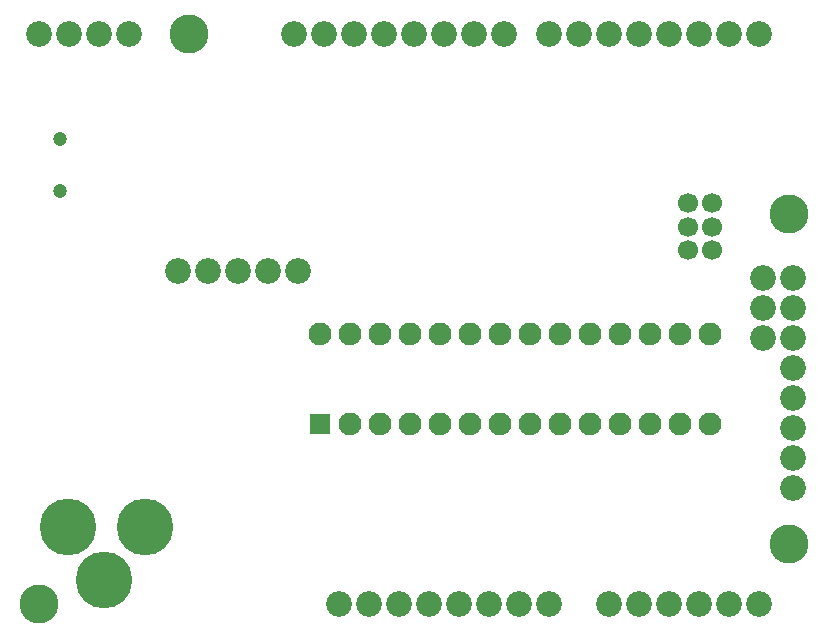
<source format=gbr>
G04 GERBER FORMAT: RX-274-X*
G04 BOARD: AMICUS24*
G04 ARTWORK OF SOLD.MASK POSITIVE*
%ASAXBY*%
%FSTAX24Y24*%
%MIA0B0*%
%MOIN*%
%OFA0.0000B0.0000*%
%SFA1B1*%
%IJA0B0*%
%INLAYER30POS*%
%IOA0B0*%
%IPPOS*%
%IR0*%
G04 APERTURE LIST*
%ADD10C,0.00039*%
%ADD12C,0.00077*%
%ADD13R,0.00077X0.00077*%
%ADD14C,0.0010*%
%ADD16C,0.00118*%
%ADD18C,0.00136*%
%ADD19R,0.00136X0.00136*%
%ADD20C,0.0020*%
%ADD21R,0.0020X0.0020*%
%ADD22C,0.00236*%
%ADD24C,0.0030*%
%ADD25R,0.0030X0.0030*%
%ADD26C,0.00313*%
%ADD27R,0.00313X0.00313*%
%ADD28C,0.00353*%
%ADD29R,0.00353X0.00353*%
%ADD30C,0.00394*%
%ADD32C,0.0040*%
%ADD33R,0.0040X0.0040*%
%ADD34C,0.00472*%
%ADD36C,0.0050*%
%ADD37R,0.0050X0.0050*%
%ADD38C,0.00551*%
%ADD39R,0.00551X0.00551*%
%ADD40C,0.00591*%
%ADD41R,0.00591X0.00591*%
%ADD42C,0.00609*%
%ADD43R,0.00609X0.00609*%
%ADD44C,0.00659*%
%ADD45R,0.00659X0.00659*%
%ADD46C,0.00668*%
%ADD47R,0.00668X0.00668*%
%ADD48C,0.0067*%
%ADD49R,0.0067X0.0067*%
%ADD50C,0.00707*%
%ADD51R,0.00707X0.00707*%
%ADD52C,0.00746*%
%ADD53R,0.00746X0.00746*%
%ADD54C,0.00787*%
%ADD55R,0.00787X0.00787*%
%ADD56C,0.00799*%
%ADD58C,0.0080*%
%ADD60C,0.00904*%
%ADD61R,0.00904X0.00904*%
%ADD62C,0.00945*%
%ADD63R,0.00945X0.00945*%
%ADD64C,0.00975*%
%ADD65R,0.00975X0.00975*%
%ADD66C,0.00984*%
%ADD67R,0.00984X0.00984*%
%ADD68C,0.0100*%
%ADD69R,0.0100X0.0100*%
%ADD70C,0.01102*%
%ADD71R,0.01102X0.01102*%
%ADD72C,0.01181*%
%ADD74C,0.01194*%
%ADD76C,0.0120*%
%ADD78C,0.0122*%
%ADD79R,0.0122X0.0122*%
%ADD80C,0.0124*%
%ADD81R,0.0124X0.0124*%
%ADD82C,0.0130*%
%ADD84C,0.01337*%
%ADD85R,0.01337X0.01337*%
%ADD86C,0.01339*%
%ADD88C,0.01417*%
%ADD90C,0.0150*%
%ADD91R,0.0150X0.0150*%
%ADD92C,0.01575*%
%ADD94C,0.0160*%
%ADD96C,0.01969*%
%ADD97R,0.01969X0.01969*%
%ADD98C,0.0200*%
%ADD100C,0.0200*%
%ADD101R,0.0200X0.0200*%
%ADD102C,0.02008*%
%ADD103R,0.02008X0.02008*%
%ADD104C,0.02165*%
%ADD105R,0.02165X0.02165*%
%ADD106C,0.02362*%
%ADD107R,0.02362X0.02362*%
%ADD108C,0.0240*%
%ADD109R,0.0240X0.0240*%
%ADD110C,0.0240*%
%ADD111R,0.0240X0.0240*%
%ADD112C,0.02439*%
%ADD113R,0.02439X0.02439*%
%ADD114C,0.0250*%
%ADD115R,0.0250X0.0250*%
%ADD116C,0.02559*%
%ADD117R,0.02559X0.02559*%
%ADD118C,0.02598*%
%ADD119R,0.02598X0.02598*%
%ADD120C,0.02636*%
%ADD122C,0.0270*%
%ADD123R,0.0270X0.0270*%
%ADD124C,0.02756*%
%ADD125R,0.02756X0.02756*%
%ADD126C,0.02794*%
%ADD128C,0.0280*%
%ADD130C,0.02854*%
%ADD131R,0.02854X0.02854*%
%ADD132C,0.02872*%
%ADD134C,0.0290*%
%ADD136C,0.02951*%
%ADD137R,0.02951X0.02951*%
%ADD138C,0.02953*%
%ADD139R,0.02953X0.02953*%
%ADD140C,0.02991*%
%ADD142C,0.0300*%
%ADD143R,0.0300X0.0300*%
%ADD144C,0.03059*%
%ADD145R,0.03059X0.03059*%
%ADD146C,0.0307*%
%ADD147R,0.0307X0.0307*%
%ADD148C,0.03187*%
%ADD149R,0.03187X0.03187*%
%ADD150C,0.03199*%
%ADD151R,0.03199X0.03199*%
%ADD152C,0.0320*%
%ADD153R,0.0320X0.0320*%
%ADD154C,0.03248*%
%ADD155R,0.03248X0.03248*%
%ADD156C,0.03345*%
%ADD157R,0.03345X0.03345*%
%ADD158C,0.03346*%
%ADD159R,0.03346X0.03346*%
%ADD160C,0.03375*%
%ADD161R,0.03375X0.03375*%
%ADD162C,0.03425*%
%ADD163R,0.03425X0.03425*%
%ADD164C,0.0350*%
%ADD165R,0.0350X0.0350*%
%ADD166C,0.03502*%
%ADD167R,0.03502X0.03502*%
%ADD168C,0.03581*%
%ADD170C,0.03594*%
%ADD171R,0.03594X0.03594*%
%ADD172C,0.0360*%
%ADD173R,0.0360X0.0360*%
%ADD174C,0.0362*%
%ADD175R,0.0362X0.0362*%
%ADD176C,0.0364*%
%ADD177R,0.0364X0.0364*%
%ADD178C,0.0370*%
%ADD180C,0.03739*%
%ADD182C,0.03817*%
%ADD184C,0.0390*%
%ADD185R,0.0390X0.0390*%
%ADD186C,0.03937*%
%ADD187R,0.03937X0.03937*%
%ADD188C,0.03975*%
%ADD190C,0.0400*%
%ADD191R,0.0400X0.0400*%
%ADD192C,0.04035*%
%ADD193R,0.04035X0.04035*%
%ADD194C,0.04173*%
%ADD195R,0.04173X0.04173*%
%ADD196C,0.04232*%
%ADD197R,0.04232X0.04232*%
%ADD198C,0.04331*%
%ADD199R,0.04331X0.04331*%
%ADD200C,0.04369*%
%ADD201R,0.04369X0.04369*%
%ADD202C,0.0440*%
%ADD203R,0.0440X0.0440*%
%ADD204C,0.04408*%
%ADD205R,0.04408X0.04408*%
%ADD206C,0.0450*%
%ADD207R,0.0450X0.0450*%
%ADD208C,0.04565*%
%ADD209R,0.04565X0.04565*%
%ADD210C,0.0460*%
%ADD211R,0.0460X0.0460*%
%ADD212C,0.0470*%
%ADD213R,0.0470X0.0470*%
%ADD214C,0.04724*%
%ADD215R,0.04724X0.04724*%
%ADD216C,0.04762*%
%ADD217R,0.04762X0.04762*%
%ADD218C,0.0480*%
%ADD219R,0.0480X0.0480*%
%ADD220C,0.04803*%
%ADD221R,0.04803X0.04803*%
%ADD222C,0.0490*%
%ADD223R,0.0490X0.0490*%
%ADD224C,0.04959*%
%ADD225R,0.04959X0.04959*%
%ADD226C,0.04998*%
%ADD227R,0.04998X0.04998*%
%ADD228C,0.0500*%
%ADD229R,0.0500X0.0500*%
%ADD230C,0.05118*%
%ADD231R,0.05118X0.05118*%
%ADD232C,0.05156*%
%ADD233R,0.05156X0.05156*%
%ADD234C,0.05254*%
%ADD235R,0.05254X0.05254*%
%ADD236C,0.05315*%
%ADD237R,0.05315X0.05315*%
%ADD238C,0.05353*%
%ADD239R,0.05353X0.05353*%
%ADD240C,0.0540*%
%ADD243R,0.0550X0.0550*%
%ADD245R,0.05512X0.05512*%
%ADD247R,0.05531X0.05531*%
%ADD249R,0.05551X0.05551*%
%ADD250C,0.0560*%
%ADD251R,0.0560X0.0560*%
%ADD253R,0.05648X0.05648*%
%ADD255R,0.0570X0.0570*%
%ADD257R,0.05746X0.05746*%
%ADD259R,0.05748X0.05748*%
%ADD261R,0.0580X0.0580*%
%ADD263R,0.05825X0.05825*%
%ADD265R,0.0590X0.0590*%
%ADD266C,0.05906*%
%ADD267R,0.05906X0.05906*%
%ADD268C,0.0600*%
%ADD269R,0.0600X0.0600*%
%ADD270C,0.06181*%
%ADD271R,0.06181X0.06181*%
%ADD272C,0.0620*%
%ADD273R,0.0620X0.0620*%
%ADD274C,0.06201*%
%ADD275R,0.06201X0.06201*%
%ADD276C,0.06299*%
%ADD277R,0.06299X0.06299*%
%ADD278C,0.0630*%
%ADD279R,0.0630X0.0630*%
%ADD280C,0.06337*%
%ADD281R,0.06337X0.06337*%
%ADD282C,0.06398*%
%ADD283R,0.06398X0.06398*%
%ADD284C,0.0640*%
%ADD285R,0.0640X0.0640*%
%ADD286C,0.06435*%
%ADD287R,0.06435X0.06435*%
%ADD288C,0.0650*%
%ADD289R,0.0650X0.0650*%
%ADD290C,0.06632*%
%ADD291R,0.06632X0.06632*%
%ADD292C,0.06693*%
%ADD293R,0.06693X0.06693*%
%ADD294C,0.06731*%
%ADD295R,0.06731X0.06731*%
%ADD296C,0.0680*%
%ADD297R,0.0680X0.0680*%
%ADD298C,0.0690*%
%ADD299R,0.0690X0.0690*%
%ADD300C,0.06906*%
%ADD301R,0.06906X0.06906*%
%ADD302C,0.06969*%
%ADD303R,0.06969X0.06969*%
%ADD304C,0.06988*%
%ADD305R,0.06988X0.06988*%
%ADD306C,0.0700*%
%ADD307R,0.0700X0.0700*%
%ADD308C,0.07087*%
%ADD309R,0.07087X0.07087*%
%ADD310C,0.0710*%
%ADD311R,0.0710X0.0710*%
%ADD312C,0.07124*%
%ADD313R,0.07124X0.07124*%
%ADD314C,0.0720*%
%ADD315R,0.0720X0.0720*%
%ADD316C,0.07203*%
%ADD317R,0.07203X0.07203*%
%ADD318C,0.0730*%
%ADD319R,0.0730X0.0730*%
%ADD320C,0.0740*%
%ADD321R,0.0740X0.0740*%
%ADD322C,0.0748*%
%ADD323R,0.0748X0.0748*%
%ADD324C,0.0750*%
%ADD325R,0.0750X0.0750*%
%ADD326C,0.07598*%
%ADD327R,0.07598X0.07598*%
%ADD328C,0.0760*%
%ADD329R,0.0760X0.0760*%
%ADD330C,0.07677*%
%ADD331R,0.07677X0.07677*%
%ADD332C,0.07715*%
%ADD333R,0.07715X0.07715*%
%ADD334C,0.07874*%
%ADD335R,0.07874X0.07874*%
%ADD336C,0.0790*%
%ADD337R,0.0790X0.0790*%
%ADD338C,0.07912*%
%ADD339R,0.07912X0.07912*%
%ADD340C,0.07931*%
%ADD341R,0.07931X0.07931*%
%ADD342C,0.07951*%
%ADD343R,0.07951X0.07951*%
%ADD344C,0.0800*%
%ADD345R,0.0800X0.0800*%
%ADD346C,0.0810*%
%ADD347R,0.0810X0.0810*%
%ADD348C,0.08148*%
%ADD349R,0.08148X0.08148*%
%ADD350C,0.08189*%
%ADD351R,0.08189X0.08189*%
%ADD352C,0.0820*%
%ADD353R,0.0820X0.0820*%
%ADD354C,0.08268*%
%ADD355R,0.08268X0.08268*%
%ADD356C,0.08306*%
%ADD357R,0.08306X0.08306*%
%ADD358C,0.0840*%
%ADD359R,0.0840X0.0840*%
%ADD360C,0.0850*%
%ADD361R,0.0850X0.0850*%
%ADD362C,0.08581*%
%ADD363R,0.08581X0.08581*%
%ADD364C,0.08598*%
%ADD365R,0.08598X0.08598*%
%ADD366C,0.0860*%
%ADD367R,0.0860X0.0860*%
%ADD368C,0.08601*%
%ADD369R,0.08601X0.08601*%
%ADD370C,0.08661*%
%ADD371R,0.08661X0.08661*%
%ADD372C,0.08699*%
%ADD373R,0.08699X0.08699*%
%ADD374C,0.0870*%
%ADD375R,0.0870X0.0870*%
%ADD376C,0.08798*%
%ADD377R,0.08798X0.08798*%
%ADD378C,0.0890*%
%ADD379R,0.0890X0.0890*%
%ADD380C,0.0900*%
%ADD381R,0.0900X0.0900*%
%ADD382C,0.09055*%
%ADD383R,0.09055X0.09055*%
%ADD384C,0.09093*%
%ADD385R,0.09093X0.09093*%
%ADD386C,0.09369*%
%ADD387R,0.09369X0.09369*%
%ADD388C,0.09388*%
%ADD389R,0.09388X0.09388*%
%ADD390C,0.0940*%
%ADD391R,0.0940X0.0940*%
%ADD392C,0.09449*%
%ADD393R,0.09449X0.09449*%
%ADD394C,0.09487*%
%ADD395R,0.09487X0.09487*%
%ADD396C,0.09547*%
%ADD397R,0.09547X0.09547*%
%ADD398C,0.09685*%
%ADD399R,0.09685X0.09685*%
%ADD400C,0.0970*%
%ADD401R,0.0970X0.0970*%
%ADD402C,0.09843*%
%ADD403R,0.09843X0.09843*%
%ADD404C,0.0988*%
%ADD405R,0.0988X0.0988*%
%ADD406C,0.0990*%
%ADD407R,0.0990X0.0990*%
%ADD408C,0.09998*%
%ADD410C,0.1000*%
%ADD411R,0.1000X0.1000*%
%ADD412C,0.10039*%
%ADD413R,0.10039X0.10039*%
%ADD414C,0.10077*%
%ADD415R,0.10077X0.10077*%
%ADD416C,0.1020*%
%ADD417R,0.1020X0.1020*%
%ADD418C,0.10236*%
%ADD419R,0.10236X0.10236*%
%ADD420C,0.10274*%
%ADD421R,0.10274X0.10274*%
%ADD422C,0.1040*%
%ADD423R,0.1040X0.1040*%
%ADD424C,0.10589*%
%ADD425R,0.10589X0.10589*%
%ADD426C,0.1063*%
%ADD427R,0.1063X0.1063*%
%ADD428C,0.10668*%
%ADD429R,0.10668X0.10668*%
%ADD430C,0.1090*%
%ADD431R,0.1090X0.1090*%
%ADD432C,0.10998*%
%ADD433R,0.10998X0.10998*%
%ADD434C,0.1100*%
%ADD435R,0.1100X0.1100*%
%ADD436C,0.11024*%
%ADD437R,0.11024X0.11024*%
%ADD438C,0.11061*%
%ADD439R,0.11061X0.11061*%
%ADD440C,0.1110*%
%ADD441R,0.1110X0.1110*%
%ADD442C,0.11161*%
%ADD443R,0.11161X0.11161*%
%ADD444C,0.1120*%
%ADD445R,0.1120X0.1120*%
%ADD446C,0.1140*%
%ADD447R,0.1140X0.1140*%
%ADD448C,0.11417*%
%ADD449R,0.11417X0.11417*%
%ADD450C,0.11455*%
%ADD451R,0.11455X0.11455*%
%ADD452C,0.1150*%
%ADD453R,0.1150X0.1150*%
%ADD454C,0.11811*%
%ADD455R,0.11811X0.11811*%
%ADD456C,0.11849*%
%ADD457R,0.11849X0.11849*%
%ADD458C,0.11947*%
%ADD459R,0.11947X0.11947*%
%ADD460C,0.1200*%
%ADD461R,0.1200X0.1200*%
%ADD462C,0.12085*%
%ADD463R,0.12085X0.12085*%
%ADD464C,0.1210*%
%ADD465R,0.1210X0.1210*%
%ADD466C,0.12106*%
%ADD467R,0.12106X0.12106*%
%ADD468C,0.12243*%
%ADD469R,0.12243X0.12243*%
%ADD470C,0.1240*%
%ADD471R,0.1240X0.1240*%
%ADD472C,0.12439*%
%ADD473R,0.12439X0.12439*%
%ADD474C,0.1250*%
%ADD475R,0.1250X0.1250*%
%ADD476C,0.12559*%
%ADD477R,0.12559X0.12559*%
%ADD478C,0.1260*%
%ADD479R,0.1260X0.1260*%
%ADD480C,0.12636*%
%ADD481R,0.12636X0.12636*%
%ADD482C,0.12992*%
%ADD483R,0.12992X0.12992*%
%ADD484C,0.1300*%
%ADD485R,0.1300X0.1300*%
%ADD486C,0.1340*%
%ADD487R,0.1340X0.1340*%
%ADD488C,0.13561*%
%ADD489R,0.13561X0.13561*%
%ADD490C,0.1360*%
%ADD491R,0.1360X0.1360*%
%ADD492C,0.1390*%
%ADD493R,0.1390X0.1390*%
%ADD494C,0.1420*%
%ADD495R,0.1420X0.1420*%
%ADD496C,0.1440*%
%ADD497R,0.1440X0.1440*%
%ADD498C,0.14506*%
%ADD499R,0.14506X0.14506*%
%ADD500C,0.14567*%
%ADD501R,0.14567X0.14567*%
%ADD502C,0.1490*%
%ADD503R,0.1490X0.1490*%
%ADD504C,0.14959*%
%ADD505R,0.14959X0.14959*%
%ADD506C,0.1520*%
%ADD507R,0.1520X0.1520*%
%ADD508C,0.15354*%
%ADD509R,0.15354X0.15354*%
%ADD510C,0.15374*%
%ADD511R,0.15374X0.15374*%
%ADD512C,0.15394*%
%ADD513R,0.15394X0.15394*%
%ADD514C,0.1540*%
%ADD515R,0.1540X0.1540*%
%ADD516C,0.1600*%
%ADD517R,0.1600X0.1600*%
%ADD518C,0.1624*%
%ADD519R,0.1624X0.1624*%
%ADD520C,0.1660*%
%ADD521R,0.1660X0.1660*%
%ADD522C,0.1700*%
%ADD524C,0.17323*%
%ADD526C,0.1760*%
%ADD527R,0.1760X0.1760*%
%ADD528C,0.1770*%
%ADD529R,0.1770X0.1770*%
%ADD530C,0.17717*%
%ADD531R,0.17717X0.17717*%
%ADD532C,0.17774*%
%ADD533R,0.17774X0.17774*%
%ADD534C,0.17794*%
%ADD535R,0.17794X0.17794*%
%ADD536C,0.1850*%
%ADD537R,0.1850X0.1850*%
%ADD538C,0.18504*%
%ADD540C,0.1864*%
%ADD541R,0.1864X0.1864*%
%ADD542C,0.18898*%
%ADD544C,0.2010*%
%ADD545R,0.2010X0.2010*%
%ADD546C,0.20117*%
%ADD547R,0.20117X0.20117*%
%ADD548C,0.2090*%
%ADD549R,0.2090X0.2090*%
%ADD550C,0.20904*%
%ADD552C,0.2126*%
%ADD554C,0.21298*%
%ADD556C,0.21299*%
%ADD557R,0.21299X0.21299*%
%ADD558C,0.22835*%
%ADD561R,0.23622X0.23622*%
%ADD563R,0.23699X0.23699*%
%ADD565R,0.24937X0.24937*%
%ADD567R,0.26022X0.26022*%
%ADD569R,0.27337X0.27337*%
%ADD571R,0.31496X0.31496*%
%ADD573R,0.32811X0.32811*%
%ADD575R,0.33896X0.33896*%
%ADD577R,0.35211X0.35211*%
%ADD579R,0.43996X0.43996*%
%ADD581R,0.46396X0.46396*%
%ADD582C,0.56396*%
%ADD583R,0.56396X0.56396*%
%ADD584C,0.66396*%
%ADD585R,0.66396X0.66396*%
%ADD586C,0.76396*%
%ADD587R,0.76396X0.76396*%
%ADD588C,0.86396*%
%ADD589R,0.86396X0.86396*%
%ADD590C,0.96396*%
%ADD591R,0.96396X0.96396*%
%ADD592C,1.06396*%
%ADD593R,1.06396X1.06396*%
%ADD594C,1.16396*%
%ADD595R,1.16396X1.16396*%
%ADD596C,1.26396*%
%ADD597R,1.26396X1.26396*%
%ADD598C,1.36396*%
%ADD599R,1.36396X1.36396*%
%ADD600C,1.46396*%
%ADD601R,1.46396X1.46396*%
%ADD602C,1.56396*%
%ADD603R,1.56396X1.56396*%
%ADD604C,1.66396*%
%ADD605R,1.66396X1.66396*%
%ADD606C,1.76396*%
%ADD607R,1.76396X1.76396*%
%ADD608C,1.86396*%
%ADD609R,1.86396X1.86396*%
%ADD610C,1.96396*%
%ADD611R,1.96396X1.96396*%
G04*
D366*
X005625Y012125D02*D03*
X006625Y012125D02*D03*
X007625Y012125D02*D03*
X008625Y012125D02*D03*
X009625Y012125D02*D03*
D307*
X010375Y007D02*D03*
D328*
X011375Y007D02*D03*
X012375Y007D02*D03*
X013375Y007D02*D03*
X014375Y007D02*D03*
X015375Y007D02*D03*
X016375Y007D02*D03*
X017375Y007D02*D03*
X018375Y007D02*D03*
X019375Y007D02*D03*
X020375Y007D02*D03*
X021375Y007D02*D03*
X022375Y007D02*D03*
X023375Y007D02*D03*
X023375Y01D02*D03*
X022375Y01D02*D03*
X021375Y01D02*D03*
X020375Y01D02*D03*
X019375Y01D02*D03*
X018375Y01D02*D03*
X017375Y01D02*D03*
X016375Y01D02*D03*
X015375Y01D02*D03*
X014375Y01D02*D03*
X013375Y01D02*D03*
X012375Y01D02*D03*
X011375Y01D02*D03*
X010375Y01D02*D03*
D366*
X011Y001D02*D03*
X012Y001D02*D03*
X013Y001D02*D03*
X014Y001D02*D03*
X015Y001D02*D03*
X016Y001D02*D03*
X017Y001D02*D03*
X018Y001D02*D03*
D214*
X001681Y016493D02*D03*
X001681Y014761D02*D03*
D366*
X0165Y02D02*D03*
X0155Y02D02*D03*
X0145Y02D02*D03*
X0135Y02D02*D03*
X0125Y02D02*D03*
X0115Y02D02*D03*
X0105Y02D02*D03*
X0095Y02D02*D03*
X025Y02D02*D03*
X024Y02D02*D03*
X023Y02D02*D03*
X022Y02D02*D03*
X021Y02D02*D03*
X02Y02D02*D03*
X019Y02D02*D03*
X018Y02D02*D03*
X02Y001D02*D03*
X021Y001D02*D03*
X022Y001D02*D03*
X023Y001D02*D03*
X024Y001D02*D03*
X025Y001D02*D03*
D484*
X026Y003D02*D03*
X006Y02D02*D03*
X026Y014D02*D03*
D542*
X00453Y003573D02*D03*
X003152Y001802D02*D03*
X00197Y003573D02*D03*
D292*
X022638Y012795D02*D03*
X022638Y013583D02*D03*
X022638Y01437D02*D03*
D366*
X001Y02D02*D03*
X002Y02D02*D03*
X003Y02D02*D03*
X004Y02D02*D03*
X025125Y011875D02*D03*
X026125Y011875D02*D03*
X025125Y010875D02*D03*
X026125Y010875D02*D03*
X025125Y009875D02*D03*
X026125Y009875D02*D03*
X026125Y008875D02*D03*
X026125Y007875D02*D03*
X026125Y006875D02*D03*
X026125Y005875D02*D03*
X026125Y004875D02*D03*
D484*
X001Y001D02*D03*
D292*
X023425Y012795D02*D03*
X023425Y013583D02*D03*
X023425Y01437D02*D03*
M02*

</source>
